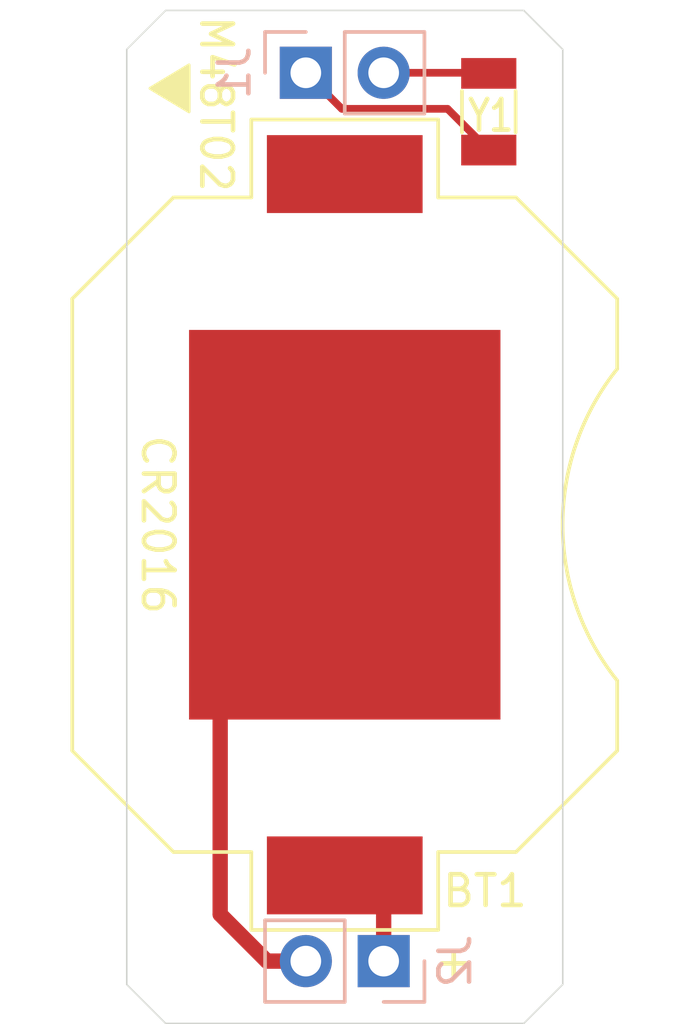
<source format=kicad_pcb>
(kicad_pcb (version 20171130) (host pcbnew 5.1.9)

  (general
    (thickness 1.6)
    (drawings 12)
    (tracks 9)
    (zones 0)
    (modules 4)
    (nets 5)
  )

  (page A4)
  (title_block
    (title "M48T02 Battery Fix")
    (date 2021-03-09)
    (rev v01)
    (company "Malte Dehling")
  )

  (layers
    (0 F.Cu signal)
    (31 B.Cu signal)
    (32 B.Adhes user)
    (33 F.Adhes user)
    (34 B.Paste user)
    (35 F.Paste user)
    (36 B.SilkS user)
    (37 F.SilkS user)
    (38 B.Mask user)
    (39 F.Mask user)
    (40 Dwgs.User user)
    (41 Cmts.User user)
    (42 Eco1.User user)
    (43 Eco2.User user)
    (44 Edge.Cuts user)
    (45 Margin user)
    (46 B.CrtYd user)
    (47 F.CrtYd user)
    (48 B.Fab user)
    (49 F.Fab user)
  )

  (setup
    (last_trace_width 0.25)
    (user_trace_width 0.5)
    (user_trace_width 0.75)
    (user_trace_width 1)
    (trace_clearance 0.2)
    (zone_clearance 0.508)
    (zone_45_only no)
    (trace_min 0.2)
    (via_size 0.8)
    (via_drill 0.4)
    (via_min_size 0.4)
    (via_min_drill 0.3)
    (uvia_size 0.3)
    (uvia_drill 0.1)
    (uvias_allowed no)
    (uvia_min_size 0.2)
    (uvia_min_drill 0.1)
    (edge_width 0.05)
    (segment_width 0.2)
    (pcb_text_width 0.3)
    (pcb_text_size 1.5 1.5)
    (mod_edge_width 0.12)
    (mod_text_size 1 1)
    (mod_text_width 0.15)
    (pad_size 1.524 1.524)
    (pad_drill 0.762)
    (pad_to_mask_clearance 0)
    (aux_axis_origin 0 0)
    (visible_elements FFFFFF7F)
    (pcbplotparams
      (layerselection 0x010fc_ffffffff)
      (usegerberextensions false)
      (usegerberattributes true)
      (usegerberadvancedattributes true)
      (creategerberjobfile true)
      (excludeedgelayer true)
      (linewidth 0.100000)
      (plotframeref false)
      (viasonmask false)
      (mode 1)
      (useauxorigin false)
      (hpglpennumber 1)
      (hpglpenspeed 20)
      (hpglpendiameter 15.000000)
      (psnegative false)
      (psa4output false)
      (plotreference true)
      (plotvalue true)
      (plotinvisibletext false)
      (padsonsilk false)
      (subtractmaskfromsilk false)
      (outputformat 1)
      (mirror false)
      (drillshape 0)
      (scaleselection 1)
      (outputdirectory ""))
  )

  (net 0 "")
  (net 1 "Net-(BT1-Pad1)")
  (net 2 "Net-(BT1-Pad2)")
  (net 3 "Net-(J1-Pad2)")
  (net 4 "Net-(J1-Pad1)")

  (net_class Default "This is the default net class."
    (clearance 0.2)
    (trace_width 0.25)
    (via_dia 0.8)
    (via_drill 0.4)
    (uvia_dia 0.3)
    (uvia_drill 0.1)
    (add_net "Net-(BT1-Pad1)")
    (add_net "Net-(BT1-Pad2)")
    (add_net "Net-(J1-Pad1)")
    (add_net "Net-(J1-Pad2)")
  )

  (module Connector_PinHeader_2.54mm:PinHeader_1x02_P2.54mm_Vertical (layer B.Cu) (tedit 59FED5CC) (tstamp 6047E765)
    (at 151.13 78.232 270)
    (descr "Through hole straight pin header, 1x02, 2.54mm pitch, single row")
    (tags "Through hole pin header THT 1x02 2.54mm single row")
    (path /602BC877)
    (fp_text reference J1 (at 0 2.33 270) (layer B.SilkS)
      (effects (font (size 1 1) (thickness 0.15)) (justify mirror))
    )
    (fp_text value OSC (at 0 -4.87 270) (layer B.Fab)
      (effects (font (size 1 1) (thickness 0.15)) (justify mirror))
    )
    (fp_line (start -0.635 1.27) (end 1.27 1.27) (layer B.Fab) (width 0.1))
    (fp_line (start 1.27 1.27) (end 1.27 -3.81) (layer B.Fab) (width 0.1))
    (fp_line (start 1.27 -3.81) (end -1.27 -3.81) (layer B.Fab) (width 0.1))
    (fp_line (start -1.27 -3.81) (end -1.27 0.635) (layer B.Fab) (width 0.1))
    (fp_line (start -1.27 0.635) (end -0.635 1.27) (layer B.Fab) (width 0.1))
    (fp_line (start -1.33 -3.87) (end 1.33 -3.87) (layer B.SilkS) (width 0.12))
    (fp_line (start -1.33 -1.27) (end -1.33 -3.87) (layer B.SilkS) (width 0.12))
    (fp_line (start 1.33 -1.27) (end 1.33 -3.87) (layer B.SilkS) (width 0.12))
    (fp_line (start -1.33 -1.27) (end 1.33 -1.27) (layer B.SilkS) (width 0.12))
    (fp_line (start -1.33 0) (end -1.33 1.33) (layer B.SilkS) (width 0.12))
    (fp_line (start -1.33 1.33) (end 0 1.33) (layer B.SilkS) (width 0.12))
    (fp_line (start -1.8 1.8) (end -1.8 -4.35) (layer B.CrtYd) (width 0.05))
    (fp_line (start -1.8 -4.35) (end 1.8 -4.35) (layer B.CrtYd) (width 0.05))
    (fp_line (start 1.8 -4.35) (end 1.8 1.8) (layer B.CrtYd) (width 0.05))
    (fp_line (start 1.8 1.8) (end -1.8 1.8) (layer B.CrtYd) (width 0.05))
    (fp_text user %R (at 0 -1.27) (layer B.Fab)
      (effects (font (size 1 1) (thickness 0.15)) (justify mirror))
    )
    (pad 2 thru_hole oval (at 0 -2.54 270) (size 1.7 1.7) (drill 1) (layers *.Cu *.Mask)
      (net 3 "Net-(J1-Pad2)"))
    (pad 1 thru_hole rect (at 0 0 270) (size 1.7 1.7) (drill 1) (layers *.Cu *.Mask)
      (net 4 "Net-(J1-Pad1)"))
    (model ${KISYS3DMOD}/Connector_PinHeader_2.54mm.3dshapes/PinHeader_1x02_P2.54mm_Vertical.wrl
      (at (xyz 0 0 0))
      (scale (xyz 1 1 1))
      (rotate (xyz 0 0 0))
    )
  )

  (module m48txx-battery-fix:BAT-HLD-002-SMT-OTL (layer F.Cu) (tedit 602BFE3F) (tstamp 6047E4BC)
    (at 152.4 92.964 90)
    (path /602A9BE8)
    (fp_text reference BT1 (at -11.938 4.572 180) (layer F.SilkS)
      (effects (font (size 1 1) (thickness 0.15)))
    )
    (fp_text value CR2016 (at 0 6.096 90) (layer F.Fab)
      (effects (font (size 1 1) (thickness 0.15)))
    )
    (fp_line (start 7.366 8.89) (end 5.08 8.89) (layer F.SilkS) (width 0.12))
    (fp_line (start -7.366 8.89) (end -5.08 8.89) (layer F.SilkS) (width 0.12))
    (fp_line (start -12.954 2.794) (end -10.414 2.794) (layer F.CrtYd) (width 0.12))
    (fp_line (start -12.954 -2.794) (end -12.954 2.794) (layer F.CrtYd) (width 0.12))
    (fp_line (start -10.414 -2.794) (end -12.954 -2.794) (layer F.CrtYd) (width 0.12))
    (fp_line (start 12.954 2.794) (end 10.414 2.794) (layer F.CrtYd) (width 0.12))
    (fp_line (start 12.954 -2.794) (end 12.954 2.794) (layer F.CrtYd) (width 0.12))
    (fp_line (start 10.414 -2.794) (end 12.954 -2.794) (layer F.CrtYd) (width 0.12))
    (fp_circle (center 0 0) (end 10 0) (layer Dwgs.User) (width 0.127))
    (fp_line (start -10.414 -2.794) (end -10.414 -5.334) (layer F.CrtYd) (width 0.12))
    (fp_line (start -10.414 -5.334) (end -7.112 -8.636) (layer F.CrtYd) (width 0.12))
    (fp_line (start 10.414 -2.794) (end 10.414 -5.334) (layer F.CrtYd) (width 0.12))
    (fp_line (start 10.414 -5.334) (end 7.112 -8.636) (layer F.CrtYd) (width 0.12))
    (fp_line (start -10.414 2.794) (end -10.414 5.334) (layer F.CrtYd) (width 0.12))
    (fp_line (start 10.414 2.794) (end 10.414 5.334) (layer F.CrtYd) (width 0.12))
    (fp_line (start -10.668 5.588) (end -10.668 3.048) (layer F.SilkS) (width 0.12))
    (fp_line (start -10.668 3.048) (end -13.208 3.048) (layer F.SilkS) (width 0.12))
    (fp_line (start -13.208 3.048) (end -13.208 -3.048) (layer F.SilkS) (width 0.12))
    (fp_line (start -13.208 -3.048) (end -10.668 -3.048) (layer F.SilkS) (width 0.12))
    (fp_line (start -10.668 -3.048) (end -10.668 -5.588) (layer F.SilkS) (width 0.12))
    (fp_line (start -10.668 -5.588) (end -7.366 -8.89) (layer F.SilkS) (width 0.12))
    (fp_line (start -7.366 -8.89) (end 7.366 -8.89) (layer F.SilkS) (width 0.12))
    (fp_line (start 7.366 -8.89) (end 10.668 -5.588) (layer F.SilkS) (width 0.12))
    (fp_line (start 10.668 -5.588) (end 10.668 -3.048) (layer F.SilkS) (width 0.12))
    (fp_line (start 10.668 -3.048) (end 13.208 -3.048) (layer F.SilkS) (width 0.12))
    (fp_line (start 13.208 -3.048) (end 13.208 3.048) (layer F.SilkS) (width 0.12))
    (fp_line (start 13.208 3.048) (end 10.668 3.048) (layer F.SilkS) (width 0.12))
    (fp_line (start 10.668 3.048) (end 10.668 5.588) (layer F.SilkS) (width 0.12))
    (fp_line (start -7.112 8.636) (end -10.414 5.334) (layer F.CrtYd) (width 0.12))
    (fp_line (start 10.414 5.334) (end 7.112 8.636) (layer F.CrtYd) (width 0.12))
    (fp_line (start 10.668 5.588) (end 7.366 8.89) (layer F.SilkS) (width 0.12))
    (fp_line (start -10.668 5.588) (end -7.366 8.89) (layer F.SilkS) (width 0.12))
    (fp_arc (start 0 15.24) (end 5.079999 8.890001) (angle -77.31961651) (layer F.SilkS) (width 0.12))
    (fp_arc (start 0 0) (end 7.111999 -8.635999) (angle -78.9449197) (layer F.CrtYd) (width 0.12))
    (fp_arc (start 0 0) (end -7.111999 8.635999) (angle -78.9449197) (layer F.CrtYd) (width 0.12))
    (pad 1 smd rect (at -12.7 0 90) (size 2.54 5.08) (drill (offset 1.27 0)) (layers F.Cu F.Paste F.Mask)
      (net 1 "Net-(BT1-Pad1)"))
    (pad 1 smd rect (at 12.7 0 90) (size 2.54 5.08) (drill (offset -1.27 0)) (layers F.Cu F.Paste F.Mask)
      (net 1 "Net-(BT1-Pad1)"))
    (pad 2 smd rect (at 0 0 90) (size 12.7 10.16) (layers F.Cu F.Mask)
      (net 2 "Net-(BT1-Pad2)"))
  )

  (module Connector_PinHeader_2.54mm:PinHeader_1x02_P2.54mm_Vertical (layer B.Cu) (tedit 59FED5CC) (tstamp 602C7462)
    (at 153.67 107.188 90)
    (descr "Through hole straight pin header, 1x02, 2.54mm pitch, single row")
    (tags "Through hole pin header THT 1x02 2.54mm single row")
    (path /602BB762)
    (fp_text reference J2 (at 0 2.33 270) (layer B.SilkS)
      (effects (font (size 1 1) (thickness 0.15)) (justify mirror))
    )
    (fp_text value PWR (at 0 -4.87 270) (layer B.Fab)
      (effects (font (size 1 1) (thickness 0.15)) (justify mirror))
    )
    (fp_line (start 1.8 1.8) (end -1.8 1.8) (layer B.CrtYd) (width 0.05))
    (fp_line (start 1.8 -4.35) (end 1.8 1.8) (layer B.CrtYd) (width 0.05))
    (fp_line (start -1.8 -4.35) (end 1.8 -4.35) (layer B.CrtYd) (width 0.05))
    (fp_line (start -1.8 1.8) (end -1.8 -4.35) (layer B.CrtYd) (width 0.05))
    (fp_line (start -1.33 1.33) (end 0 1.33) (layer B.SilkS) (width 0.12))
    (fp_line (start -1.33 0) (end -1.33 1.33) (layer B.SilkS) (width 0.12))
    (fp_line (start -1.33 -1.27) (end 1.33 -1.27) (layer B.SilkS) (width 0.12))
    (fp_line (start 1.33 -1.27) (end 1.33 -3.87) (layer B.SilkS) (width 0.12))
    (fp_line (start -1.33 -1.27) (end -1.33 -3.87) (layer B.SilkS) (width 0.12))
    (fp_line (start -1.33 -3.87) (end 1.33 -3.87) (layer B.SilkS) (width 0.12))
    (fp_line (start -1.27 0.635) (end -0.635 1.27) (layer B.Fab) (width 0.1))
    (fp_line (start -1.27 -3.81) (end -1.27 0.635) (layer B.Fab) (width 0.1))
    (fp_line (start 1.27 -3.81) (end -1.27 -3.81) (layer B.Fab) (width 0.1))
    (fp_line (start 1.27 1.27) (end 1.27 -3.81) (layer B.Fab) (width 0.1))
    (fp_line (start -0.635 1.27) (end 1.27 1.27) (layer B.Fab) (width 0.1))
    (fp_text user %R (at 0 -1.27) (layer B.Fab)
      (effects (font (size 1 1) (thickness 0.15)) (justify mirror))
    )
    (pad 1 thru_hole rect (at 0 0 90) (size 1.7 1.7) (drill 1) (layers *.Cu *.Mask)
      (net 1 "Net-(BT1-Pad1)"))
    (pad 2 thru_hole oval (at 0 -2.54 90) (size 1.7 1.7) (drill 1) (layers *.Cu *.Mask)
      (net 2 "Net-(BT1-Pad2)"))
    (model ${KISYS3DMOD}/Connector_PinHeader_2.54mm.3dshapes/PinHeader_1x02_P2.54mm_Vertical.wrl
      (at (xyz 0 0 0))
      (scale (xyz 1 1 1))
      (rotate (xyz 0 0 0))
    )
  )

  (module Crystal:Crystal_SMD_3215-2Pin_3.2x1.5mm (layer F.Cu) (tedit 5A0FD1B2) (tstamp 6047E92B)
    (at 157.099 79.502 270)
    (descr "SMD Crystal FC-135 https://support.epson.biz/td/api/doc_check.php?dl=brief_FC-135R_en.pdf")
    (tags "SMD SMT Crystal")
    (path /602BD492)
    (attr smd)
    (fp_text reference Y1 (at 0.127 -0.0635) (layer F.SilkS)
      (effects (font (size 1 0.8) (thickness 0.15)))
    )
    (fp_text value 31.768kHz (at -2.794 0 180) (layer F.Fab)
      (effects (font (size 1 1) (thickness 0.15)))
    )
    (fp_line (start 2 -1.15) (end 2 1.15) (layer F.CrtYd) (width 0.05))
    (fp_line (start -2 -1.15) (end -2 1.15) (layer F.CrtYd) (width 0.05))
    (fp_line (start -2 1.15) (end 2 1.15) (layer F.CrtYd) (width 0.05))
    (fp_line (start -1.6 0.75) (end 1.6 0.75) (layer F.Fab) (width 0.1))
    (fp_line (start -1.6 -0.75) (end 1.6 -0.75) (layer F.Fab) (width 0.1))
    (fp_line (start 1.6 -0.75) (end 1.6 0.75) (layer F.Fab) (width 0.1))
    (fp_line (start -0.675 -0.875) (end 0.675 -0.875) (layer F.SilkS) (width 0.12))
    (fp_line (start -0.675 0.875) (end 0.675 0.875) (layer F.SilkS) (width 0.12))
    (fp_line (start -1.6 -0.75) (end -1.6 0.75) (layer F.Fab) (width 0.1))
    (fp_line (start -2 -1.15) (end 2 -1.15) (layer F.CrtYd) (width 0.05))
    (fp_text user %R (at 0.127 -0.0635 180) (layer F.Fab)
      (effects (font (size 1 0.8) (thickness 0.15)))
    )
    (pad 1 smd rect (at 1.25 0 270) (size 1 1.8) (layers F.Cu F.Paste F.Mask)
      (net 4 "Net-(J1-Pad1)"))
    (pad 2 smd rect (at -1.25 0 270) (size 1 1.8) (layers F.Cu F.Paste F.Mask)
      (net 3 "Net-(J1-Pad2)"))
    (model ${KISYS3DMOD}/Crystal.3dshapes/Crystal_SMD_3215-2Pin_3.2x1.5mm.wrl
      (at (xyz 0 0 0))
      (scale (xyz 1 1 1))
      (rotate (xyz 0 0 0))
    )
  )

  (gr_line (start 159.512 77.47) (end 159.512 107.95) (layer Edge.Cuts) (width 0.05) (tstamp 6047DD8F))
  (gr_line (start 145.288 77.47) (end 145.288 107.95) (layer Edge.Cuts) (width 0.05) (tstamp 6047DD8B))
  (gr_line (start 158.242 109.22) (end 159.512 107.95) (layer Edge.Cuts) (width 0.05))
  (gr_line (start 146.558 109.22) (end 158.242 109.22) (layer Edge.Cuts) (width 0.05))
  (gr_line (start 145.288 107.95) (end 146.558 109.22) (layer Edge.Cuts) (width 0.05))
  (gr_line (start 158.242 76.2) (end 159.512 77.47) (layer Edge.Cuts) (width 0.05))
  (gr_line (start 146.558 76.2) (end 158.242 76.2) (layer Edge.Cuts) (width 0.05))
  (gr_line (start 145.288 77.47) (end 146.558 76.2) (layer Edge.Cuts) (width 0.05))
  (gr_text CR2016 (at 146.304 92.964 270) (layer F.SilkS)
    (effects (font (size 1 1) (thickness 0.15)))
  )
  (gr_text + (at 155.956 107.188) (layer F.SilkS)
    (effects (font (size 1 1) (thickness 0.15)))
  )
  (gr_text M48T02 (at 148.209 79.248 270) (layer F.SilkS)
    (effects (font (size 1 1) (thickness 0.15)))
  )
  (gr_poly (pts (xy 147.32 79.502) (xy 146.05 78.74) (xy 147.32 77.978)) (layer F.SilkS) (width 0.1))

  (segment (start 153.67 107.188) (end 153.67 105.664) (width 0.5) (layer F.Cu) (net 1))
  (segment (start 151.13 107.188) (end 149.86 107.188) (width 0.5) (layer F.Cu) (net 2))
  (segment (start 149.86 107.188) (end 148.336 105.664) (width 0.5) (layer F.Cu) (net 2))
  (segment (start 148.336 105.664) (end 148.336 99.314) (width 0.5) (layer F.Cu) (net 2))
  (segment (start 157.079 78.232) (end 157.099 78.252) (width 0.25) (layer F.Cu) (net 3))
  (segment (start 153.67 78.232) (end 157.079 78.232) (width 0.25) (layer F.Cu) (net 3))
  (segment (start 152.305001 79.407001) (end 151.13 78.232) (width 0.25) (layer F.Cu) (net 4))
  (segment (start 155.754001 79.407001) (end 152.305001 79.407001) (width 0.25) (layer F.Cu) (net 4))
  (segment (start 157.099 80.752) (end 155.754001 79.407001) (width 0.25) (layer F.Cu) (net 4))

)

</source>
